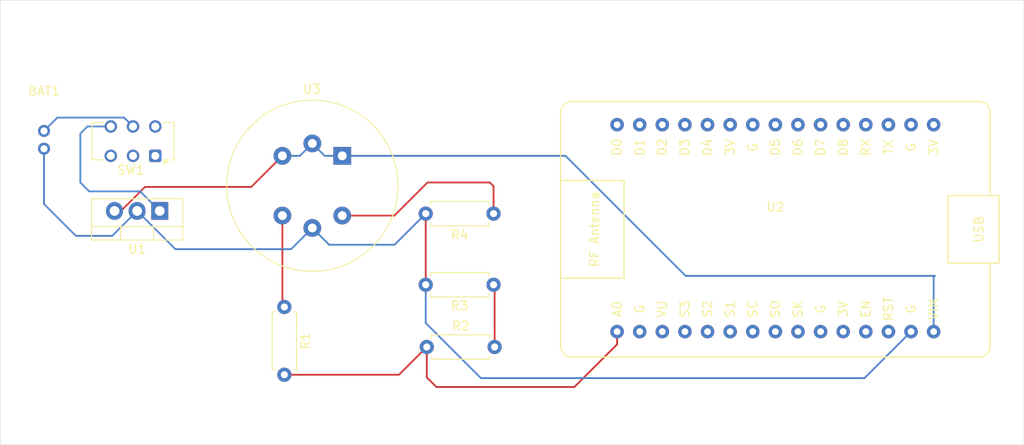
<source format=kicad_pcb>
(kicad_pcb (version 20240108) (generator "pcbnew") (generator_version "8.0")
  (layers (0 "F.Cu" signal) (31 "B.Cu" signal) (34 "B.Paste" user) (35 "F.Paste" user) (36 "B.SilkS" user "B.Silkscreen") (37 "F.SilkS" user "F.Silkscreen") (38 "B.Mask" user) (39 "F.Mask" user) (44 "Edge.Cuts" user))
  (net 0 "")
  (net 1 "GND")
  (net 2 "+9V")
  (net 3 "Net-(U2-A0(ADC0))")
  (net 4 "Net-(U3-A2)")
  (net 5 "Net-(R2-Pad2)")
  (net 6 "Net-(U3-B2)")
  (net 11 "Net-(U1-VI)")
  (net 12 "+5V")
  (footprint "! Grobotronics:Gas Sensor LPG - MQ-6" (layer "F.Cu") (at 98.999941 96.406859)
    (property "Reference" "U3" (at 0 -10.906859 0) (layer "F.SilkS"))
    (property "Value" "Gas_Sensor_LPG_-_MQ-6" (hide yes))
    (fp_circle (center 0.060059 -0.046859) (end 9.685059 -0.046859) (stroke (width 0.12)) (fill none) (layer "F.SilkS"))
    (pad "1" thru_hole circle (at -3.299941 -3.406859) (size 2 2) (drill 1) (layers "*.Cu" "*.Mask") (net 12 "+5V"))
    (pad "2" thru_hole circle (at 0.060059 -4.796859 270) (size 2 2) (drill 1) (layers "*.Cu" "*.Mask") (net 12 "+5V"))
    (pad "3" thru_hole rect (at 3.420059 -3.406859 270) (size 2 2) (drill 1) (layers "*.Cu" "*.Mask") (net 12 "+5V"))
    (pad "4" thru_hole circle (at 3.420059 3.313141 180) (size 2 2) (drill 1) (layers "*.Cu" "*.Mask") (net 6 "Net-(U3-B2)"))
    (pad "5" thru_hole circle (at 0.060059 4.703141 270) (size 2 2) (drill 1) (layers "*.Cu" "*.Mask") (net 1 "GND"))
    (pad "6" thru_hole circle (at -3.299941 3.313141 90) (size 2 2) (drill 1) (layers "*.Cu" "*.Mask") (net 4 "Net-(U3-A2)"))
  )
  (footprint "! Grobotronics:Battery_Clip_9V" (layer "F.Cu") (at 68.92 90.7)
    (property "Reference" "BAT1" (at 0 -5 0) (layer "F.SilkS"))
    (property "Value" "Battery Clip 9V" (hide yes))
    (pad "+" thru_hole oval (at 0 -0.5) (size 1.35 1.35) (drill 0.8) (layers "*.Cu" "*.Mask") (net 2 "+9V"))
    (pad "-" thru_hole oval (at 0 1.5) (size 1.35 1.35) (drill 0.8) (layers "*.Cu" "*.Mask") (net 1 "GND"))
  )
  (footprint "Resistor_THT:R_Axial_DIN0207_L6.3mm_D2.5mm_P7.62mm_Horizontal" (layer "F.Cu") (at 119.42 99.5 180)
    (property "Reference" "R4" (at 3.81 -2.37 0) (layer "F.SilkS"))
    (property "Value" "10ΚΩ")
    (fp_line (start 7.08 1.37) (end 7.08 1.04) (stroke (width 0.12)) (layer "F.SilkS"))
    (fp_line (start 7.08 -1.37) (end 7.08 -1.04) (stroke (width 0.12)) (layer "F.SilkS"))
    (fp_line (start 0.54 1.37) (end 7.08 1.37) (stroke (width 0.12)) (layer "F.SilkS"))
    (fp_line (start 0.54 1.04) (end 0.54 1.37) (stroke (width 0.12)) (layer "F.SilkS"))
    (fp_line (start 0.54 -1.04) (end 0.54 -1.37) (stroke (width 0.12)) (layer "F.SilkS"))
    (fp_line (start 0.54 -1.37) (end 7.08 -1.37) (stroke (width 0.12)) (layer "F.SilkS"))
    (pad "1" thru_hole circle (at 0 0 180) (size 1.6 1.6) (drill 0.8) (layers "*.Cu" "*.Mask") (net 6 "Net-(U3-B2)"))
    (pad "2" thru_hole oval (at 7.62 0 180) (size 1.6 1.6) (drill 0.8) (layers "*.Cu" "*.Mask") (net 1 "GND"))
  )
  (footprint "Resistor_THT:R_Axial_DIN0207_L6.3mm_D2.5mm_P7.62mm_Horizontal" (layer "F.Cu") (at 111.92 114.5)
    (property "Reference" "R2" (at 3.81 -2.37 0) (layer "F.SilkS"))
    (property "Value" "10ΚΩ")
    (fp_line (start 0.54 -1.37) (end 7.08 -1.37) (stroke (width 0.12)) (layer "F.SilkS"))
    (fp_line (start 0.54 -1.04) (end 0.54 -1.37) (stroke (width 0.12)) (layer "F.SilkS"))
    (fp_line (start 0.54 1.04) (end 0.54 1.37) (stroke (width 0.12)) (layer "F.SilkS"))
    (fp_line (start 0.54 1.37) (end 7.08 1.37) (stroke (width 0.12)) (layer "F.SilkS"))
    (fp_line (start 7.08 -1.37) (end 7.08 -1.04) (stroke (width 0.12)) (layer "F.SilkS"))
    (fp_line (start 7.08 1.37) (end 7.08 1.04) (stroke (width 0.12)) (layer "F.SilkS"))
    (pad "1" thru_hole circle (at 0 0) (size 1.6 1.6) (drill 0.8) (layers "*.Cu" "*.Mask") (net 3 "Net-(U2-A0(ADC0))"))
    (pad "2" thru_hole oval (at 7.62 0) (size 1.6 1.6) (drill 0.8) (layers "*.Cu" "*.Mask") (net 5 "Net-(R2-Pad2)"))
  )
  (footprint "Resistor_THT:R_Axial_DIN0207_L6.3mm_D2.5mm_P7.62mm_Horizontal" (layer "F.Cu") (at 95.92 110 -90)
    (property "Reference" "R1" (at 3.81 -2.37 90) (layer "F.SilkS"))
    (property "Value" "10ΚΩ")
    (fp_line (start 0.54 1.37) (end 7.08 1.37) (stroke (width 0.12)) (layer "F.SilkS"))
    (fp_line (start 7.08 1.37) (end 7.08 1.04) (stroke (width 0.12)) (layer "F.SilkS"))
    (fp_line (start 0.54 1.04) (end 0.54 1.37) (stroke (width 0.12)) (layer "F.SilkS"))
    (fp_line (start 0.54 -1.04) (end 0.54 -1.37) (stroke (width 0.12)) (layer "F.SilkS"))
    (fp_line (start 0.54 -1.37) (end 7.08 -1.37) (stroke (width 0.12)) (layer "F.SilkS"))
    (fp_line (start 7.08 -1.37) (end 7.08 -1.04) (stroke (width 0.12)) (layer "F.SilkS"))
    (pad "1" thru_hole circle (at 0 0 270) (size 1.6 1.6) (drill 0.8) (layers "*.Cu" "*.Mask") (net 4 "Net-(U3-A2)"))
    (pad "2" thru_hole oval (at 7.62 0 270) (size 1.6 1.6) (drill 0.8) (layers "*.Cu" "*.Mask") (net 3 "Net-(U2-A0(ADC0))"))
  )
  (footprint "Resistor_THT:R_Axial_DIN0207_L6.3mm_D2.5mm_P7.62mm_Horizontal" (layer "F.Cu") (at 119.42 107.5 180)
    (property "Reference" "R3" (at 3.81 -2.37 0) (layer "F.SilkS"))
    (property "Value" "10ΚΩ")
    (fp_line (start 7.08 1.37) (end 7.08 1.04) (stroke (width 0.12)) (layer "F.SilkS"))
    (fp_line (start 7.08 -1.37) (end 7.08 -1.04) (stroke (width 0.12)) (layer "F.SilkS"))
    (fp_line (start 0.54 1.37) (end 7.08 1.37) (stroke (width 0.12)) (layer "F.SilkS"))
    (fp_line (start 0.54 1.04) (end 0.54 1.37) (stroke (width 0.12)) (layer "F.SilkS"))
    (fp_line (start 0.54 -1.04) (end 0.54 -1.37) (stroke (width 0.12)) (layer "F.SilkS"))
    (fp_line (start 0.54 -1.37) (end 7.08 -1.37) (stroke (width 0.12)) (layer "F.SilkS"))
    (pad "1" thru_hole circle (at 0 0 180) (size 1.6 1.6) (drill 0.8) (layers "*.Cu" "*.Mask") (net 5 "Net-(R2-Pad2)"))
    (pad "2" thru_hole oval (at 7.62 0 180) (size 1.6 1.6) (drill 0.8) (layers "*.Cu" "*.Mask") (net 1 "GND"))
  )
  (footprint "Package_TO_SOT_THT:TO-220-3_Vertical" (layer "F.Cu") (at 81.92 99.2 180)
    (property "Reference" "U1" (at 2.54 -4.27 0) (layer "F.SilkS"))
    (property "Value" "DC-DC_Converter_Step-Down_5V_1A" (hide yes))
    (fp_line (start 7.66 -3.27) (end 7.66 1.371) (stroke (width 0.12)) (layer "F.SilkS"))
    (fp_line (start 4.391 -3.27) (end 4.391 -1.76) (stroke (width 0.12)) (layer "F.SilkS"))
    (fp_line (start 0.69 -3.27) (end 0.69 -1.76) (stroke (width 0.12)) (layer "F.SilkS"))
    (fp_line (start -2.58 1.371) (end 7.66 1.371) (stroke (width 0.12)) (layer "F.SilkS"))
    (fp_line (start -2.58 -1.76) (end 7.66 -1.76) (stroke (width 0.12)) (layer "F.SilkS"))
    (fp_line (start -2.58 -3.27) (end 7.66 -3.27) (stroke (width 0.12)) (layer "F.SilkS"))
    (fp_line (start -2.58 -3.27) (end -2.58 1.371) (stroke (width 0.12)) (layer "F.SilkS"))
    (pad "1" thru_hole rect (at 0 0 180) (size 1.905 2) (drill 1.1) (layers "*.Cu" "*.Mask") (net 11 "Net-(U1-VI)"))
    (pad "2" thru_hole oval (at 2.54 0 180) (size 1.905 2) (drill 1.1) (layers "*.Cu" "*.Mask") (net 1 "GND"))
    (pad "3" thru_hole oval (at 5.08 0 180) (size 1.905 2) (drill 1.1) (layers "*.Cu" "*.Mask") (net 12 "+5V"))
  )
  (footprint "! Grobotronics:NodeMCU - Lua based ESP8266" (layer "F.Cu") (at 151.08 101.27 90)
    (property "Reference" "U2" (at 2.5 0 0) (layer "F.SilkS"))
    (property "Value" "NodeMCU_Lua_based_ESP8266")
    (fp_line (start 13.101974 -24.13) (end -13 -24.13) (stroke (width 0.15)) (layer "F.SilkS"))
    (fp_line (start 5.5 -24.13) (end 5.5 -17) (stroke (width 0.15)) (layer "F.SilkS"))
    (fp_line (start 14.371974 -22.86) (end 14.371974 22.86) (stroke (width 0.15)) (layer "F.SilkS"))
    (fp_line (start -14.371974 -22.86) (end -14.371974 22.86) (stroke (width 0.15)) (layer "F.SilkS"))
    (fp_line (start 5.5 -17) (end -5.5 -17) (stroke (width 0.15)) (layer "F.SilkS"))
    (fp_line (start -5.5 -17) (end -5.5 -24.13) (stroke (width 0.15)) (layer "F.SilkS"))
    (fp_line (start 3.8 19.4) (end 3.8 25.13) (stroke (width 0.15)) (layer "F.SilkS"))
    (fp_line (start -3.8 19.4) (end 3.8 19.4) (stroke (width 0.15)) (layer "F.SilkS"))
    (fp_line (start 13.111974 24.13) (end 4 24.13) (stroke (width 0.15)) (layer "F.SilkS"))
    (fp_line (start -4 24.13) (end -13.101974 24.13) (stroke (width 0.15)) (layer "F.SilkS"))
    (fp_line (start 3.8 25.13) (end -3.8 25.13) (stroke (width 0.15)) (layer "F.SilkS"))
    (fp_line (start -3.8 25.13) (end -3.8 19.4) (stroke (width 0.15)) (layer "F.SilkS"))
    (fp_arc (start 13.101974 -24.13) (mid 14.000016 -23.758035) (end 14.371974 -22.86) (stroke (width 0.15)) (layer "F.SilkS"))
    (fp_arc (start -14.371974 -22.86) (mid -14 -23.758026) (end -13.101974 -24.13) (stroke (width 0.15)) (layer "F.SilkS"))
    (fp_arc (start 14.371974 22.86) (mid 13.999993 23.758018) (end 13.101974 24.13) (stroke (width 0.15)) (layer "F.SilkS"))
    (fp_arc (start -13.101974 24.13) (mid -14 23.758026) (end -14.371974 22.86) (stroke (width 0.15)) (layer "F.SilkS"))
    (fp_text user "D8" (at 9.23 7.62 90) (layer "F.SilkS"))
    (fp_text user "EN" (at -8.96 10.16 90) (layer "F.SilkS"))
    (fp_text user "G" (at 9.23 15.24 90) (layer "F.SilkS"))
    (fp_text user "A0" (at -8.96 -17.78 90) (layer "F.SilkS"))
    (fp_text user "G" (at -8.96 5.08 90) (layer "F.SilkS"))
    (fp_text user "S3" (at -8.96 -10.16 90) (layer "F.SilkS"))
    (fp_text user "G" (at -8.96 -15.24 90) (layer "F.SilkS"))
    (fp_text user "S2" (at -8.96 -7.62 90) (layer "F.SilkS"))
    (fp_text user "D7" (at 9.23 5.08 90) (layer "F.SilkS"))
    (fp_text user "TX" (at 9.23 12.7 90) (layer "F.SilkS"))
    (fp_text user "SO" (at -8.96 0 90) (layer "F.SilkS"))
    (fp_text user "VIN" (at -8.96 17.78 90) (layer "F.SilkS"))
    (fp_text user "USB" (at 0 22.86 90) (layer "F.SilkS"))
    (fp_text user "RST" (at -8.96 12.7 90) (layer "F.SilkS"))
    (fp_text user "S1" (at -8.96 -5.08 90) (layer "F.SilkS"))
    (fp_text user "D3" (at 9.23 -10.16 90) (layer "F.SilkS"))
    (fp_text user "D2" (at 9.23 -12.7 90) (layer "F.SilkS"))
    (fp_text user "G" (at 9.23 -2.54 90) (layer "F.SilkS"))
    (fp_text user "G" (at -8.96 15.24 90) (layer "F.SilkS"))
    (fp_text user "3V" (at -8.96 7.62 90) (layer "F.SilkS"))
    (fp_text user "D6" (at 9.23 2.54 90) (layer "F.SilkS"))
    (fp_text user "D5" (at 9.23 0 90) (layer "F.SilkS"))
    (fp_text user "RF Antenna" (at 0 -20.32 90) (layer "F.SilkS"))
    (fp_text user "SK" (at -8.96 2.54 90) (layer "F.SilkS"))
    (fp_text user "D1" (at 9.23 -15.24 90) (layer "F.SilkS"))
    (fp_text user "3V" (at 9.23 -5.08 90) (layer "F.SilkS"))
    (fp_text user "D4" (at 9.23 -7.62 90) (layer "F.SilkS"))
    (fp_text user "RX" (at 9.23 10.16 90) (layer "F.SilkS"))
    (fp_text user "VU" (at -8.96 -12.7 90) (layer "F.SilkS"))
    (fp_text user "SC" (at -8.96 -2.54 90) (layer "F.SilkS"))
    (fp_text user "3V" (at 9.23 17.78 90) (layer "F.SilkS"))
    (fp_text user "D0" (at 9.23 -17.78 90) (layer "F.SilkS"))
    (pad "1" thru_hole circle (at -11.5 -17.78 90) (size 1.524 1.524) (drill 0.762) (layers "*.Cu" "*.Mask") (net 3 "Net-(U2-A0(ADC0))"))
    (pad "2" thru_hole circle (at -11.5 -15.24 90) (size 1.524 1.524) (drill 0.762) (layers "*.Cu" "*.Mask"))
    (pad "3" thru_hole circle (at -11.5 -12.7 90) (size 1.524 1.524) (drill 0.762) (layers "*.Cu" "*.Mask"))
    (pad "4" thru_hole circle (at -11.5 -10.16 90) (size 1.524 1.524) (drill 0.762) (layers "*.Cu" "*.Mask"))
    (pad "5" thru_hole circle (at -11.5 -7.62 90) (size 1.524 1.524) (drill 0.762) (layers "*.Cu" "*.Mask"))
    (pad "6" thru_hole circle (at -11.5 -5.08 90) (size 1.524 1.524) (drill 0.762) (layers "*.Cu" "*.Mask"))
    (pad "7" thru_hole circle (at -11.5 -2.54 90) (size 1.524 1.524) (drill 0.762) (layers "*.Cu" "*.Mask"))
    (pad "8" thru_hole circle (at -11.5 0 90) (size 1.524 1.524) (drill 0.762) (layers "*.Cu" "*.Mask"))
    (pad "9" thru_hole circle (at -11.5 2.54 90) (size 1.524 1.524) (drill 0.762) (layers "*.Cu" "*.Mask"))
    (pad "10" thru_hole circle (at -11.5 5.08 90) (size 1.524 1.524) (drill 0.762) (layers "*.Cu" "*.Mask"))
    (pad "11" thru_hole circle (at -11.5 7.62 90) (size 1.524 1.524) (drill 0.762) (layers "*.Cu" "*.Mask"))
    (pad "12" thru_hole circle (at -11.5 10.16 90) (size 1.524 1.524) (drill 0.762) (layers "*.Cu" "*.Mask"))
    (pad "13" thru_hole circle (at -11.5 12.7 90) (size 1.524 1.524) (drill 0.762) (layers "*.Cu" "*.Mask"))
    (pad "14" thru_hole circle (at -11.5 15.24 90) (size 1.524 1.524) (drill 0.762) (layers "*.Cu" "*.Mask") (net 1 "GND"))
    (pad "15" thru_hole circle (at -11.5 17.78 90) (size 1.524 1.524) (drill 0.762) (layers "*.Cu" "*.Mask") (net 12 "+5V"))
    (pad "16" thru_hole circle (at 11.77 17.78 90) (size 1.524 1.524) (drill 0.762) (layers "*.Cu" "*.Mask"))
    (pad "17" thru_hole circle (at 11.77 15.24 90) (size 1.524 1.524) (drill 0.762) (layers "*.Cu" "*.Mask"))
    (pad "18" thru_hole circle (at 11.77 12.7 90) (size 1.524 1.524) (drill 0.762) (layers "*.Cu" "*.Mask"))
    (pad "19" thru_hole circle (at 11.77 10.16 90) (size 1.524 1.524) (drill 0.762) (layers "*.Cu" "*.Mask"))
    (pad "20" thru_hole circle (at 11.77 7.62 90) (size 1.524 1.524) (drill 0.762) (layers "*.Cu" "*.Mask"))
    (pad "21" thru_hole circle (at 11.77 5.08 90) (size 1.524 1.524) (drill 0.762) (layers "*.Cu" "*.Mask"))
    (pad "22" thru_hole circle (at 11.77 2.54 90) (size 1.524 1.524) (drill 0.762) (layers "*.Cu" "*.Mask"))
    (pad "23" thru_hole circle (at 11.77 0 90) (size 1.524 1.524) (drill 0.762) (layers "*.Cu" "*.Mask"))
    (pad "24" thru_hole circle (at 11.77 -2.54 90) (size 1.524 1.524) (drill 0.762) (layers "*.Cu" "*.Mask"))
    (pad "25" thru_hole circle (at 11.77 -5.08 90) (size 1.524 1.524) (drill 0.762) (layers "*.Cu" "*.Mask"))
    (pad "26" thru_hole circle (at 11.77 -7.62 90) (size 1.524 1.524) (drill 0.762) (layers "*.Cu" "*.Mask"))
    (pad "27" thru_hole circle (at 11.77 -10.16 90) (size 1.524 1.524) (drill 0.762) (layers "*.Cu" "*.Mask"))
    (pad "28" thru_hole circle (at 11.77 -12.7 90) (size 1.524 1.524) (drill 0.762) (layers "*.Cu" "*.Mask"))
    (pad "29" thru_hole circle (at 11.77 -15.24 90) (size 1.524 1.524) (drill 0.762) (layers "*.Cu" "*.Mask"))
    (pad "30" thru_hole circle (at 11.77 -17.78 90) (size 1.524 1.524) (drill 0.762) (layers "*.Cu" "*.Mask"))
  )
  (footprint "Button_Switch_THT:SW_CK_JS202011CQN_DPDT_Straight" (layer "F.Cu") (at 81.42 93 180)
    (property "Reference" "SW1" (at 2.75 -1.6 0) (layer "F.SilkS"))
    (property "Value" "Slide_Switch_DPDT_ON-ON_0.3A/6VDC" (hide yes))
    (fp_line (start 7.1 3.75) (end 5.9 3.75) (stroke (width 0.12)) (layer "F.SilkS"))
    (fp_line (start 7.1 -0.45) (end 7.1 3.75) (stroke (width 0.12)) (layer "F.SilkS"))
    (fp_line (start 5.9 -0.45) (end 7.1 -0.45) (stroke (width 0.12)) (layer "F.SilkS"))
    (fp_line (start -1.75 -0.45) (end -2.1 -0.45) (stroke (width 0.12)) (layer "F.SilkS"))
    (fp_line (start -2.1 3.75) (end -0.9 3.75) (stroke (width 0.12)) (layer "F.SilkS"))
    (fp_line (start -2.1 -0.45) (end -2.1 3.75) (stroke (width 0.12)) (layer "F.SilkS"))
    (fp_poly (pts (xy -1 -0.45) (xy -1.48 -0.45) (xy -1 -0.93) (xy -1 -0.45)) (stroke (width 0.12)) (fill solid) (layer "F.SilkS"))
    (pad "1" thru_hole roundrect (at 0 0 180) (size 1.4 1.4) (drill 0.9) (layers "*.Cu" "*.Mask") (roundrect_rratio 0.1785714286))
    (pad "2" thru_hole circle (at 2.5 0 180) (size 1.4 1.4) (drill 0.9) (layers "*.Cu" "*.Mask"))
    (pad "3" thru_hole circle (at 5 0 180) (size 1.4 1.4) (drill 0.9) (layers "*.Cu" "*.Mask"))
    (pad "4" thru_hole circle (at 5 3.3 180) (size 1.4 1.4) (drill 0.9) (layers "*.Cu" "*.Mask") (net 11 "Net-(U1-VI)"))
    (pad "5" thru_hole circle (at 2.5 3.3 180) (size 1.4 1.4) (drill 0.9) (layers "*.Cu" "*.Mask") (net 2 "+9V"))
    (pad "6" thru_hole circle (at 0 3.3 180) (size 1.4 1.4) (drill 0.9) (layers "*.Cu" "*.Mask"))
  )
  (gr_rect (start 64 75.5) (end 179 125.5) (stroke (width 0.05)) (fill none) (layer "Edge.Cuts"))
  (segment (start 111.8 107.5) (end 111.8 99.5) (width 0.2) (layer "F.Cu") (net 1))
  (segment (start 100.95 103) (end 99.06 101.11) (width 0.2) (layer "B.Cu") (net 1))
  (segment (start 96.67 103.5) (end 83.68 103.5) (width 0.2) (layer "B.Cu") (net 1))
  (segment (start 68.92 98.42) (end 72.5 102) (width 0.2) (layer "B.Cu") (net 1))
  (segment (start 68.92 92.2) (end 68.92 98.42) (width 0.2) (layer "B.Cu") (net 1))
  (segment (start 108.3 103) (end 100.95 103) (width 0.2) (layer "B.Cu") (net 1))
  (segment (start 99.06 101.11) (end 96.67 103.5) (width 0.2) (layer "B.Cu") (net 1))
  (segment (start 76.58 102) (end 79.38 99.2) (width 0.2) (layer "B.Cu") (net 1))
  (segment (start 83.68 103.5) (end 79.38 99.2) (width 0.2) (layer "B.Cu") (net 1))
  (segment (start 111.8 111.8) (end 111.8 107.5) (width 0.2) (layer "B.Cu") (net 1))
  (segment (start 166.32 112.77) (end 161.09 118) (width 0.2) (layer "B.Cu") (net 1))
  (segment (start 118 118) (end 111.8 111.8) (width 0.2) (layer "B.Cu") (net 1))
  (segment (start 111.8 99.5) (end 108.3 103) (width 0.2) (layer "B.Cu") (net 1))
  (segment (start 161.09 118) (end 118 118) (width 0.2) (layer "B.Cu") (net 1))
  (segment (start 72.5 102) (end 76.58 102) (width 0.2) (layer "B.Cu") (net 1))
  (segment (start 68.92 90.2) (end 70.42 88.7) (width 0.2) (layer "B.Cu") (net 2))
  (segment (start 77.92 88.7) (end 78.92 89.7) (width 0.2) (layer "B.Cu") (net 2))
  (segment (start 70.42 88.7) (end 77.92 88.7) (width 0.2) (layer "B.Cu") (net 2))
  (segment (start 133.3 114.2) (end 133.3 112.77) (width 0.2) (layer "F.Cu") (net 3))
  (segment (start 111.92 117.92) (end 113 119) (width 0.2) (layer "F.Cu") (net 3))
  (segment (start 95.92 117.62) (end 108.8 117.62) (width 0.2) (layer "F.Cu") (net 3))
  (segment (start 111.92 114.5) (end 111.92 117.92) (width 0.2) (layer "F.Cu") (net 3))
  (segment (start 108.8 117.62) (end 111.92 114.5) (width 0.2) (layer "F.Cu") (net 3))
  (segment (start 113 119) (end 128.5 119) (width 0.2) (layer "F.Cu") (net 3))
  (segment (start 128.5 119) (end 133.3 114.2) (width 0.2) (layer "F.Cu") (net 3))
  (segment (start 95.7 109.78) (end 95.92 110) (width 0.2) (layer "F.Cu") (net 4))
  (segment (start 95.7 99.72) (end 95.7 109.78) (width 0.2) (layer "F.Cu") (net 4))
  (segment (start 119.54 114.5) (end 119.54 107.62) (width 0.2) (layer "F.Cu") (net 5))
  (segment (start 119.54 107.62) (end 119.42 107.5) (width 0.2) (layer "F.Cu") (net 5))
  (segment (start 108.28 99.72) (end 112 96) (width 0.2) (layer "F.Cu") (net 6))
  (segment (start 119.42 96.42) (end 119.42 99.5) (width 0.2) (layer "F.Cu") (net 6))
  (segment (start 112 96) (end 119 96) (width 0.2) (layer "F.Cu") (net 6))
  (segment (start 102.42 99.72) (end 108.28 99.72) (width 0.2) (layer "F.Cu") (net 6))
  (segment (start 119 96) (end 119.42 96.42) (width 0.2) (layer "F.Cu") (net 6))
  (segment (start 73.8 89.7) (end 73 90.5) (width 0.2) (layer "B.Cu") (net 11))
  (segment (start 74 97) (end 79.72 97) (width 0.2) (layer "B.Cu") (net 11))
  (segment (start 79.72 97) (end 81.92 99.2) (width 0.2) (layer "B.Cu") (net 11))
  (segment (start 73 90.5) (end 73 96) (width 0.2) (layer "B.Cu") (net 11))
  (segment (start 76.42 89.7) (end 73.8 89.7) (width 0.2) (layer "B.Cu") (net 11))
  (segment (start 73 96) (end 74 97) (width 0.2) (layer "B.Cu") (net 11))
  (segment (start 92.2 96.5) (end 95.7 93) (width 0.2) (layer "F.Cu") (net 12))
  (segment (start 76.84 99.2) (end 77.561198 99.2) (width 0.2) (layer "F.Cu") (net 12))
  (segment (start 77.561198 99.2) (end 80.261198 96.5) (width 0.2) (layer "F.Cu") (net 12))
  (segment (start 80.261198 96.5) (end 92.2 96.5) (width 0.2) (layer "F.Cu") (net 12))
  (segment (start 102.42 93) (end 100.45 93) (width 0.2) (layer "B.Cu") (net 12))
  (segment (start 168.86 112.77) (end 168.86 106.64) (width 0.2) (layer "B.Cu") (net 12))
  (segment (start 95.7 93) (end 97.67 93) (width 0.2) (layer "B.Cu") (net 12))
  (segment (start 141 106.5) (end 127.5 93) (width 0.2) (layer "B.Cu") (net 12))
  (segment (start 100.45 93) (end 99.06 91.61) (width 0.2) (layer "B.Cu") (net 12))
  (segment (start 168.86 106.64) (end 169 106.5) (width 0.2) (layer "B.Cu") (net 12))
  (segment (start 97.67 93) (end 99.06 91.61) (width 0.2) (layer "B.Cu") (net 12))
  (segment (start 127.5 93) (end 102.42 93) (width 0.2) (layer "B.Cu") (net 12))
  (segment (start 169 106.5) (end 141 106.5) (width 0.2) (layer "B.Cu") (net 12))
)
</source>
